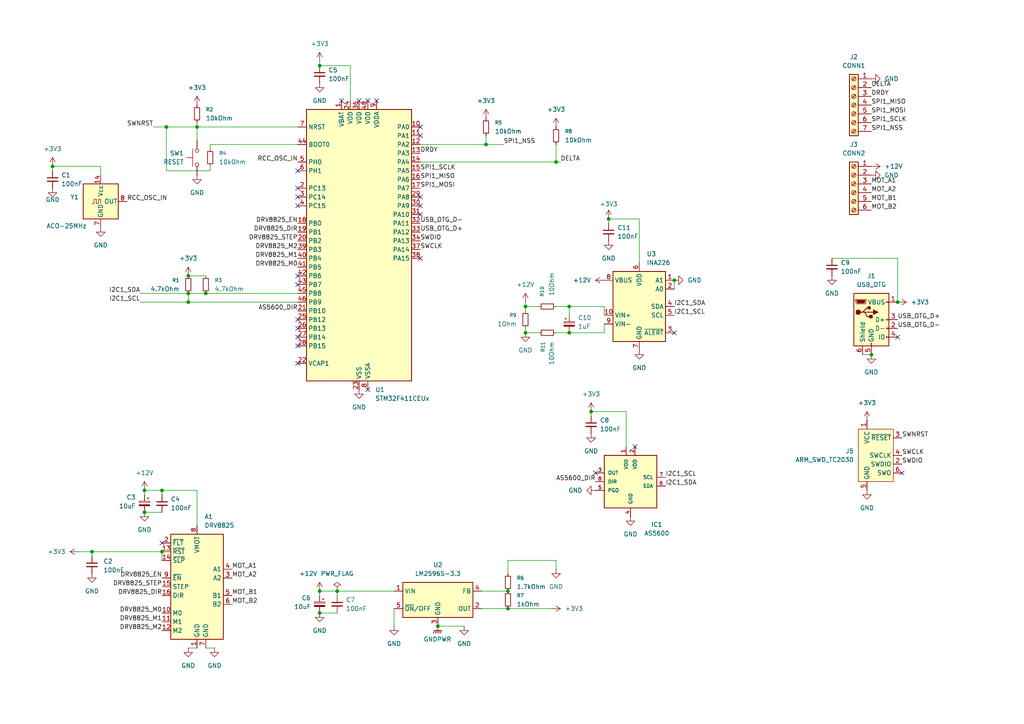
<source format=kicad_sch>
(kicad_sch (version 20250114) (generator "eeschema") (generator_version "9.0")
  (paper "A4")
  (lib_symbols
    (symbol "Connector:Conn_ARM_SWD_TagConnect_TC2030" (in_bom no)
      (property "Reference" "J" (at 2.54 11.43 0))
      (property "Value" "Conn_ARM_SWD_TagConnect_TC2030" (at 5.08 8.89 0))
      (symbol "Conn_ARM_SWD_TagConnect_TC2030_0_0"
        (pin power_in line (at -2.54 10.16 270) (length 2.54) (name "VCC") (number "1"))
        (pin power_in line (at -2.54 -10.16 90) (length 2.54) (name "GND") (number "5"))
        (pin open_collector line (at 7.62 5.08 180) (length 2.54) (name "~{RESET}") (number "3"))
        (pin output line (at 7.62 0 180) (length 2.54) (name "SWCLK") (number "4"))
        (pin bidirectional line (at 7.62 -2.54 180) (length 2.54) (name "SWDIO") (number "2"))
        (pin input line (at 7.62 -5.08 180) (length 2.54) (name "SWO") (number "6"))
      )
      (symbol "Conn_ARM_SWD_TagConnect_TC2030_0_1"
        (rectangle (start -5.08 7.62) (end 5.08 -7.62) (fill (type background)))
      )
    )
    (symbol "Connector:Screw_Terminal_01x06" (pin_names (offset 1.016) (hide yes))
      (property "Reference" "J" (at 0 7.62 0))
      (property "Value" "Screw_Terminal_01x06" (at 0 -10.16 0))
      (symbol "Screw_Terminal_01x06_1_1"
        (rectangle (start -1.27 6.35) (end 1.27 -8.89) (stroke (width 0.254)) (fill (type background)))
        (polyline (pts (xy -0.5334 5.4102) (xy 0.3302 4.572)) (stroke (width 0.1524)))
        (polyline (pts (xy -0.5334 2.8702) (xy 0.3302 2.032)) (stroke (width 0.1524)))
        (polyline (pts (xy -0.5334 0.3302) (xy 0.3302 -0.508)) (stroke (width 0.1524)))
        (polyline (pts (xy -0.5334 -2.2098) (xy 0.3302 -3.048)) (stroke (width 0.1524)))
        (polyline (pts (xy -0.5334 -4.7498) (xy 0.3302 -5.588)) (stroke (width 0.1524)))
        (polyline (pts (xy -0.5334 -7.2898) (xy 0.3302 -8.128)) (stroke (width 0.1524)))
        (polyline (pts (xy -0.3556 5.588) (xy 0.508 4.7498)) (stroke (width 0.1524)))
        (polyline (pts (xy -0.3556 3.048) (xy 0.508 2.2098)) (stroke (width 0.1524)))
        (polyline (pts (xy -0.3556 0.508) (xy 0.508 -0.3302)) (stroke (width 0.1524)))
        (polyline (pts (xy -0.3556 -2.032) (xy 0.508 -2.8702)) (stroke (width 0.1524)))
        (polyline (pts (xy -0.3556 -4.572) (xy 0.508 -5.4102)) (stroke (width 0.1524)))
        (polyline (pts (xy -0.3556 -7.112) (xy 0.508 -7.9502)) (stroke (width 0.1524)))
        (circle (center 0 5.08) (radius 0.635) (stroke (width 0.1524)))
        (circle (center 0 2.54) (radius 0.635) (stroke (width 0.1524)))
        (circle (center 0 0) (radius 0.635) (stroke (width 0.1524)))
        (circle (center 0 -2.54) (radius 0.635) (stroke (width 0.1524)))
        (circle (center 0 -5.08) (radius 0.635) (stroke (width 0.1524)))
        (circle (center 0 -7.62) (radius 0.635) (stroke (width 0.1524)))
        (pin passive line (at -5.08 5.08 0) (length 3.81) (name "Pin_1") (number "1"))
        (pin passive line (at -5.08 2.54 0) (length 3.81) (name "Pin_2") (number "2"))
        (pin passive line (at -5.08 0 0) (length 3.81) (name "Pin_3") (number "3"))
        (pin passive line (at -5.08 -2.54 0) (length 3.81) (name "Pin_4") (number "4"))
        (pin passive line (at -5.08 -5.08 0) (length 3.81) (name "Pin_5") (number "5"))
        (pin passive line (at -5.08 -7.62 0) (length 3.81) (name "Pin_6") (number "6"))
      )
    )
    (symbol "Connector:Screw_Terminal_01x07" (pin_names (offset 1.016) (hide yes))
      (property "Reference" "J" (at 0 10.16 0))
      (property "Value" "Screw_Terminal_01x07" (at 0 -10.16 0))
      (symbol "Screw_Terminal_01x07_1_1"
        (rectangle (start -1.27 8.89) (end 1.27 -8.89) (stroke (width 0.254)) (fill (type background)))
        (polyline (pts (xy -0.5334 7.9502) (xy 0.3302 7.112)) (stroke (width 0.1524)))
        (polyline (pts (xy -0.5334 5.4102) (xy 0.3302 4.572)) (stroke (width 0.1524)))
        (polyline (pts (xy -0.5334 2.8702) (xy 0.3302 2.032)) (stroke (width 0.1524)))
        (polyline (pts (xy -0.5334 0.3302) (xy 0.3302 -0.508)) (stroke (width 0.1524)))
        (polyline (pts (xy -0.5334 -2.2098) (xy 0.3302 -3.048)) (stroke (width 0.1524)))
        (polyline (pts (xy -0.5334 -4.7498) (xy 0.3302 -5.588)) (stroke (width 0.1524)))
        (polyline (pts (xy -0.5334 -7.2898) (xy 0.3302 -8.128)) (stroke (width 0.1524)))
        (polyline (pts (xy -0.3556 8.128) (xy 0.508 7.2898)) (stroke (width 0.1524)))
        (polyline (pts (xy -0.3556 5.588) (xy 0.508 4.7498)) (stroke (width 0.1524)))
        (polyline (pts (xy -0.3556 3.048) (xy 0.508 2.2098)) (stroke (width 0.1524)))
        (polyline (pts (xy -0.3556 0.508) (xy 0.508 -0.3302)) (stroke (width 0.1524)))
        (polyline (pts (xy -0.3556 -2.032) (xy 0.508 -2.8702)) (stroke (width 0.1524)))
        (polyline (pts (xy -0.3556 -4.572) (xy 0.508 -5.4102)) (stroke (width 0.1524)))
        (polyline (pts (xy -0.3556 -7.112) (xy 0.508 -7.9502)) (stroke (width 0.1524)))
        (circle (center 0 7.62) (radius 0.635) (stroke (width 0.1524)))
        (circle (center 0 5.08) (radius 0.635) (stroke (width 0.1524)))
        (circle (center 0 2.54) (radius 0.635) (stroke (width 0.1524)))
        (circle (center 0 0) (radius 0.635) (stroke (width 0.1524)))
        (circle (center 0 -2.54) (radius 0.635) (stroke (width 0.1524)))
        (circle (center 0 -5.08) (radius 0.635) (stroke (width 0.1524)))
        (circle (center 0 -7.62) (radius 0.635) (stroke (width 0.1524)))
        (pin passive line (at -5.08 7.62 0) (length 3.81) (name "Pin_1") (number "1"))
        (pin passive line (at -5.08 5.08 0) (length 3.81) (name "Pin_2") (number "2"))
        (pin passive line (at -5.08 2.54 0) (length 3.81) (name "Pin_3") (number "3"))
        (pin passive line (at -5.08 0 0) (length 3.81) (name "Pin_4") (number "4"))
        (pin passive line (at -5.08 -2.54 0) (length 3.81) (name "Pin_5") (number "5"))
        (pin passive line (at -5.08 -5.08 0) (length 3.81) (name "Pin_6") (number "6"))
        (pin passive line (at -5.08 -7.62 0) (length 3.81) (name "Pin_7") (number "7"))
      )
    )
    (symbol "Connector:USB_OTG" (pin_names (offset 1.016))
      (property "Reference" "J" (at -5.08 11.43 0))
      (property "Value" "USB_OTG" (at -5.08 8.89 0))
      (symbol "USB_OTG_0_1"
        (rectangle (start -5.08 -7.62) (end 5.08 7.62) (stroke (width 0.254)) (fill (type background)))
        (polyline (pts (xy -4.699 5.842) (xy -4.699 5.588) (xy -4.445 4.826) (xy -4.445 4.572) (xy -1.651 4.572) (xy -1.651 4.826) (xy -1.397 5.588) (xy -1.397 5.842) (xy -4.699 5.842)))
        (polyline (pts (xy -4.318 5.588) (xy -1.778 5.588) (xy -2.032 4.826) (xy -4.064 4.826) (xy -4.318 5.588)) (fill (type outline)))
        (circle (center -3.81 2.159) (radius 0.635) (stroke (width 0.254)) (fill (type outline)))
        (polyline (pts (xy -3.175 2.159) (xy -2.54 2.159) (xy -1.27 3.429) (xy -0.635 3.429)) (stroke (width 0.254)))
        (polyline (pts (xy -2.54 2.159) (xy -1.905 2.159) (xy -1.27 0.889) (xy 0 0.889)) (stroke (width 0.254)))
        (polyline (pts (xy -1.905 2.159) (xy 0.635 2.159)) (stroke (width 0.254)))
        (circle (center -0.635 3.429) (radius 0.381) (stroke (width 0.254)) (fill (type outline)))
        (rectangle (start -0.127 -7.62) (end 0.127 -6.858))
        (rectangle (start 0.254 1.27) (end -0.508 0.508) (stroke (width 0.254)) (fill (type outline)))
        (polyline (pts (xy 0.635 2.794) (xy 0.635 1.524) (xy 1.905 2.159) (xy 0.635 2.794)) (stroke (width 0.254)) (fill (type outline)))
        (rectangle (start 5.08 4.953) (end 4.318 5.207))
        (rectangle (start 5.08 -0.127) (end 4.318 0.127))
        (rectangle (start 5.08 -2.667) (end 4.318 -2.413))
        (rectangle (start 5.08 -5.207) (end 4.318 -4.953))
      )
      (symbol "USB_OTG_1_1"
        (pin passive line (at -2.54 -10.16 90) (length 2.54) (name "Shield") (number "6"))
        (pin passive line (at 0 -10.16 90) (length 2.54) (name "GND") (number "5"))
        (pin passive line (at 7.62 5.08 180) (length 2.54) (name "VBUS") (number "1"))
        (pin bidirectional line (at 7.62 0 180) (length 2.54) (name "D+") (number "3"))
        (pin bidirectional line (at 7.62 -2.54 180) (length 2.54) (name "D-") (number "2"))
        (pin passive line (at 7.62 -5.08 180) (length 2.54) (name "ID") (number "4"))
      )
    )
    (symbol "Device:C_Polarized_Small" (pin_numbers (hide yes)) (pin_names (offset 0.254) (hide yes))
      (property "Reference" "C" (at 0.254 1.778 0))
      (property "Value" "C_Polarized_Small" (at 0.254 -2.032 0))
      (symbol "C_Polarized_Small_0_1"
        (rectangle (start -1.524 0.6858) (end 1.524 0.3048))
        (rectangle (start -1.524 -0.3048) (end 1.524 -0.6858) (fill (type outline)))
        (polyline (pts (xy -1.27 1.524) (xy -0.762 1.524)))
        (polyline (pts (xy -1.016 1.27) (xy -1.016 1.778)))
      )
      (symbol "C_Polarized_Small_1_1"
        (pin passive line (at 0 2.54 270) (length 1.8542) (name "~") (number "1"))
        (pin passive line (at 0 -2.54 90) (length 1.8542) (name "~") (number "2"))
      )
    )
    (symbol "Device:C_Small" (pin_numbers (hide yes)) (pin_names (offset 0.254) (hide yes))
      (property "Reference" "C" (at 0.254 1.778 0))
      (property "Value" "C_Small" (at 0.254 -2.032 0))
      (symbol "C_Small_0_1"
        (polyline (pts (xy -1.524 0.508) (xy 1.524 0.508)) (stroke (width 0.3048)))
        (polyline (pts (xy -1.524 -0.508) (xy 1.524 -0.508)) (stroke (width 0.3302)))
      )
      (symbol "C_Small_1_1"
        (pin passive line (at 0 2.54 270) (length 2.032) (name "~") (number "1"))
        (pin passive line (at 0 -2.54 90) (length 2.032) (name "~") (number "2"))
      )
    )
    (symbol "Device:R_Small" (pin_numbers (hide yes)) (pin_names (offset 0.254) (hide yes))
      (property "Reference" "R" (at 0 0 90))
      (property "Value" "R_Small" (at 1.778 0 90))
      (symbol "R_Small_0_1"
        (rectangle (start -0.762 1.778) (end 0.762 -1.778) (stroke (width 0.2032)))
      )
      (symbol "R_Small_1_1"
        (pin passive line (at 0 2.54 270) (length 0.762) (name "~") (number "1"))
        (pin passive line (at 0 -2.54 90) (length 0.762) (name "~") (number "2"))
      )
    )
    (symbol "Driver_Motor:Pololu_Breakout_DRV8825"
      (property "Reference" "A" (at -2.54 16.51 0))
      (property "Value" "Pololu_Breakout_DRV8825" (at -2.54 13.97 0))
      (symbol "Pololu_Breakout_DRV8825_0_1"
        (rectangle (start 7.62 -17.78) (end -7.62 12.7) (stroke (width 0.254)) (fill (type background)))
      )
      (symbol "Pololu_Breakout_DRV8825_1_1"
        (pin output line (at -10.16 10.16 0) (length 2.54) (name "~{FLT}") (number "2"))
        (pin input line (at -10.16 7.62 0) (length 2.54) (name "~{RST}") (number "13"))
        (pin input line (at -10.16 5.08 0) (length 2.54) (name "~{SLP}") (number "14"))
        (pin input line (at -10.16 0 0) (length 2.54) (name "~{EN}") (number "9"))
        (pin input line (at -10.16 -2.54 0) (length 2.54) (name "STEP") (number "15"))
        (pin input line (at -10.16 -5.08 0) (length 2.54) (name "DIR") (number "16"))
        (pin input line (at -10.16 -10.16 0) (length 2.54) (name "M0") (number "10"))
        (pin input line (at -10.16 -12.7 0) (length 2.54) (name "M1") (number "11"))
        (pin input line (at -10.16 -15.24 0) (length 2.54) (name "M2") (number "12"))
        (pin power_in line (at 0 15.24 270) (length 2.54) (name "VMOT") (number "8"))
        (pin power_in line (at 0 -20.32 90) (length 2.54) (name "GND") (number "1"))
        (pin power_in line (at 2.54 -20.32 90) (length 2.54) (name "GND") (number "7"))
        (pin output line (at 10.16 2.54 180) (length 2.54) (name "A1") (number "4"))
        (pin output line (at 10.16 0 180) (length 2.54) (name "A2") (number "3"))
        (pin output line (at 10.16 -5.08 180) (length 2.54) (name "B1") (number "5"))
        (pin output line (at 10.16 -7.62 180) (length 2.54) (name "B2") (number "6"))
      )
    )
    (symbol "MCU_ST_STM32F4:STM32F411CEUx"
      (property "Reference" "U1" (at 4.6833 -40.64 0))
      (property "Value" "STM32F411CEUx" (at 4.6833 -43.18 0))
      (symbol "STM32F411CEUx_0_1"
        (rectangle (start -15.24 -38.1) (end 15.24 40.64) (stroke (width 0.254)) (fill (type background)))
      )
      (symbol "STM32F411CEUx_1_1"
        (pin input line (at -17.78 35.56 0) (length 2.54) (name "NRST") (number "7"))
        (pin input line (at -17.78 30.48 0) (length 2.54) (name "BOOT0") (number "44"))
        (pin bidirectional line (at -17.78 25.4 0) (length 2.54) (name "PH0") (number "5"))
        (pin bidirectional line (at -17.78 22.86 0) (length 2.54) (name "PH1") (number "6"))
        (pin bidirectional line (at -17.78 17.78 0) (length 2.54) (name "PC13") (number "2"))
        (pin bidirectional line (at -17.78 15.24 0) (length 2.54) (name "PC14") (number "3"))
        (pin bidirectional line (at -17.78 12.7 0) (length 2.54) (name "PC15") (number "4"))
        (pin bidirectional line (at -17.78 7.62 0) (length 2.54) (name "PB0") (number "18"))
        (pin bidirectional line (at -17.78 5.08 0) (length 2.54) (name "PB1") (number "19"))
        (pin bidirectional line (at -17.78 2.54 0) (length 2.54) (name "PB2") (number "20"))
        (pin bidirectional line (at -17.78 0 0) (length 2.54) (name "PB3") (number "39"))
        (pin bidirectional line (at -17.78 -2.54 0) (length 2.54) (name "PB4") (number "40"))
        (pin bidirectional line (at -17.78 -5.08 0) (length 2.54) (name "PB5") (number "41"))
        (pin bidirectional line (at -17.78 -7.62 0) (length 2.54) (name "PB6") (number "42"))
        (pin bidirectional line (at -17.78 -10.16 0) (length 2.54) (name "PB7") (number "43"))
        (pin bidirectional line (at -17.78 -12.7 0) (length 2.54) (name "PB8") (number "45"))
        (pin bidirectional line (at -17.78 -15.24 0) (length 2.54) (name "PB9") (number "46"))
        (pin bidirectional line (at -17.78 -17.78 0) (length 2.54) (name "PB10") (number "21"))
        (pin bidirectional line (at -17.78 -20.32 0) (length 2.54) (name "PB12") (number "25"))
        (pin bidirectional line (at -17.78 -22.86 0) (length 2.54) (name "PB13") (number "26"))
        (pin bidirectional line (at -17.78 -25.4 0) (length 2.54) (name "PB14") (number "27"))
        (pin bidirectional line (at -17.78 -27.94 0) (length 2.54) (name "PB15") (number "28"))
        (pin power_out line (at -17.78 -33.02 0) (length 2.54) (name "VCAP1") (number "22"))
        (pin power_in line (at -5.08 43.18 270) (length 2.54) (name "VBAT") (number "1"))
        (pin power_in line (at -2.54 43.18 270) (length 2.54) (name "VDD") (number "24"))
        (pin power_in line (at 0 43.18 270) (length 2.54) (name "VDD") (number "36"))
        (pin power_in line (at 0 -40.64 90) (length 2.54) (name "VSS") (number "23"))
        (pin passive line (at 0 -40.64 90) (length 2.54) (hide yes) (name "VSS") (number "35"))
        (pin passive line (at 0 -40.64 90) (length 2.54) (hide yes) (name "VSS") (number "47"))
        (pin passive line (at 0 -40.64 90) (length 2.54) (hide yes) (name "VSS") (number "49"))
        (pin power_in line (at 2.54 43.18 270) (length 2.54) (name "VDD") (number "48"))
        (pin power_in line (at 2.54 -40.64 90) (length 2.54) (name "VSSA") (number "8"))
        (pin power_in line (at 5.08 43.18 270) (length 2.54) (name "VDDA") (number "9"))
        (pin bidirectional line (at 17.78 35.56 180) (length 2.54) (name "PA0") (number "10"))
        (pin bidirectional line (at 17.78 33.02 180) (length 2.54) (name "PA1") (number "11"))
        (pin bidirectional line (at 17.78 30.48 180) (length 2.54) (name "PA2") (number "12"))
        (pin bidirectional line (at 17.78 27.94 180) (length 2.54) (name "PA3") (number "13"))
        (pin bidirectional line (at 17.78 25.4 180) (length 2.54) (name "PA4") (number "14"))
        (pin bidirectional line (at 17.78 22.86 180) (length 2.54) (name "PA5") (number "15"))
        (pin bidirectional line (at 17.78 20.32 180) (length 2.54) (name "PA6") (number "16"))
        (pin bidirectional line (at 17.78 17.78 180) (length 2.54) (name "PA7") (number "17"))
        (pin bidirectional line (at 17.78 15.24 180) (length 2.54) (name "PA8") (number "29"))
        (pin bidirectional line (at 17.78 12.7 180) (length 2.54) (name "PA9") (number "30"))
        (pin bidirectional line (at 17.78 10.16 180) (length 2.54) (name "PA10") (number "31"))
        (pin bidirectional line (at 17.78 7.62 180) (length 2.54) (name "PA11") (number "32"))
        (pin bidirectional line (at 17.78 5.08 180) (length 2.54) (name "PA12") (number "33"))
        (pin bidirectional line (at 17.78 2.54 180) (length 2.54) (name "PA13") (number "34"))
        (pin bidirectional line (at 17.78 0 180) (length 2.54) (name "PA14") (number "37"))
        (pin bidirectional line (at 17.78 -2.54 180) (length 2.54) (name "PA15") (number "38"))
      )
    )
    (symbol "Oscillator:ACO-xxxMHz" (pin_names (offset 0.254))
      (property "Reference" "Y" (at -5.08 6.35 0))
      (property "Value" "ACO-xxxMHz" (at 1.27 -6.35 0))
      (symbol "ACO-xxxMHz_0_1"
        (rectangle (start -5.08 5.08) (end 5.08 -5.08) (stroke (width 0.254)) (fill (type background)))
        (polyline (pts (xy -2.54 -0.635) (xy -1.905 -0.635) (xy -1.905 0.635) (xy -1.27 0.635) (xy -1.27 -0.635) (xy -0.635 -0.635) (xy -0.635 0.635) (xy 0 0.635) (xy 0 -0.635)))
      )
      (symbol "ACO-xxxMHz_1_1"
        (pin no_connect line (at -5.08 2.54 0) (length 2.54) (hide yes) (name "NC") (number "1"))
        (pin power_in line (at 0 7.62 270) (length 2.54) (name "Vcc") (number "14"))
        (pin power_in line (at 0 -7.62 90) (length 2.54) (name "GND") (number "7"))
        (pin output line (at 7.62 0 180) (length 2.54) (name "OUT") (number "8"))
      )
    )
    (symbol "Regulator_Switching:LM2596S-3.3"
      (property "Reference" "U2" (at 0 10.16 0))
      (property "Value" "LM2596S-3.3" (at 0 7.62 0))
      (symbol "LM2596S-3.3_0_1"
        (rectangle (start -10.16 5.08) (end 10.16 -5.08) (stroke (width 0.254)) (fill (type background)))
      )
      (symbol "LM2596S-3.3_1_1"
        (pin power_in line (at -12.7 2.54 0) (length 2.54) (name "VIN") (number "1"))
        (pin input line (at -12.7 -2.54 0) (length 2.54) (name "~{ON}/OFF") (number "5"))
        (pin power_in line (at 0 -7.62 90) (length 2.54) (name "GND") (number "3"))
        (pin input line (at 12.7 2.54 180) (length 2.54) (name "FB") (number "4"))
        (pin power_out line (at 12.7 -2.54 180) (length 2.54) (name "OUT") (number "2"))
      )
    )
    (symbol "Sensor_Energy:INA226"
      (property "Reference" "U2" (at 2.1433 15.24 0))
      (property "Value" "INA226" (at 2.1433 12.7 0))
      (symbol "INA226_0_1"
        (rectangle (start -7.62 10.16) (end 7.62 -10.16) (stroke (width 0.254)) (fill (type background)))
      )
      (symbol "INA226_1_1"
        (pin input line (at -10.16 7.62 0) (length 2.54) (name "VBUS") (number "8"))
        (pin input line (at -10.16 -2.54 0) (length 2.54) (name "VIN+") (number "10"))
        (pin input line (at -10.16 -5.08 0) (length 2.54) (name "VIN-") (number "9"))
        (pin power_in line (at 0 12.7 270) (length 2.54) (name "VDD") (number "6"))
        (pin power_in line (at 0 -12.7 90) (length 2.54) (name "GND") (number "7"))
        (pin input line (at 10.16 7.62 180) (length 2.54) (name "A1") (number "1"))
        (pin input line (at 10.16 5.08 180) (length 2.54) (name "A0") (number "2"))
        (pin bidirectional line (at 10.16 0 180) (length 2.54) (name "SDA") (number "4"))
        (pin input line (at 10.16 -2.54 180) (length 2.54) (name "SCL") (number "5"))
        (pin open_collector line (at 10.16 -7.62 180) (length 2.54) (name "~{ALERT}") (number "3"))
      )
    )
    (symbol "Switch:SW_Push" (pin_numbers (hide yes)) (pin_names (offset 1.016) (hide yes))
      (property "Reference" "SW" (at 1.27 2.54 0))
      (property "Value" "SW_Push" (at 0 -1.524 0))
      (symbol "SW_Push_0_1"
        (circle (center -2.032 0) (radius 0.508))
        (polyline (pts (xy 0 1.27) (xy 0 3.048)))
        (circle (center 2.032 0) (radius 0.508))
        (polyline (pts (xy 2.54 1.27) (xy -2.54 1.27)))
        (pin passive line (at -5.08 0 0) (length 2.54) (name "1") (number "1"))
        (pin passive line (at 5.08 0 180) (length 2.54) (name "2") (number "2"))
      )
    )
    (symbol "as5600:AS5600-ASOT" (pin_names (offset 1.016))
      (property "Reference" "IC1" (at 7.62 -12.446 0))
      (property "Value" "AS5600" (at 7.62 -14.986 0))
      (symbol "AS5600-ASOT_0_0"
        (rectangle (start -7.62 7.62) (end 7.62 -7.62) (stroke (width 0.254)) (fill (type background)))
        (pin output line (at -10.16 2.54 0) (length 2.54) (name "OUT") (number "3"))
        (pin input line (at -10.16 0 0) (length 2.54) (name "DIR") (number "8"))
        (pin input line (at -10.16 -2.54 0) (length 2.54) (name "PGO") (number "5"))
        (pin power_in line (at 0 -10.16 90) (length 2.54) (name "GND") (number "4"))
        (pin input line (at 10.16 1.27 180) (length 2.54) (name "SCL") (number "7"))
        (pin bidirectional line (at 10.16 -1.27 180) (length 2.54) (name "SDA") (number "6"))
      )
      (symbol "AS5600-ASOT_1_0"
        (pin power_in line (at -1.27 10.16 270) (length 2.54) (name "VDD") (number "1"))
        (pin power_in line (at 1.27 10.16 270) (length 2.54) (name "VDD") (number "2"))
      )
    )
    (symbol "power:+12V" (power) (pin_numbers (hide yes)) (pin_names (offset 0) (hide yes))
      (property "Value" "+12V" (at 0 3.556 0))
      (symbol "+12V_0_1"
        (polyline (pts (xy -0.762 1.27) (xy 0 2.54)))
        (polyline (pts (xy 0 2.54) (xy 0.762 1.27)))
        (polyline (pts (xy 0 0) (xy 0 2.54)))
      )
      (symbol "+12V_1_1"
        (pin power_in line (at 0 0 90) (length 0) (name "~") (number "1"))
      )
    )
    (symbol "power:+3V3" (power) (pin_numbers (hide yes)) (pin_names (offset 0) (hide yes))
      (property "Value" "+3V3" (at 0 3.556 0))
      (symbol "+3V3_0_1"
        (polyline (pts (xy -0.762 1.27) (xy 0 2.54)))
        (polyline (pts (xy 0 2.54) (xy 0.762 1.27)))
        (polyline (pts (xy 0 0) (xy 0 2.54)))
      )
      (symbol "+3V3_1_1"
        (pin power_in line (at 0 0 90) (length 0) (name "~") (number "1"))
      )
    )
    (symbol "power:GND" (power) (pin_numbers (hide yes)) (pin_names (offset 0) (hide yes))
      (property "Value" "GND" (at 0 -3.81 0))
      (symbol "GND_0_1"
        (polyline (pts (xy 0 0) (xy 0 -1.27) (xy 1.27 -1.27) (xy 0 -2.54) (xy -1.27 -1.27) (xy 0 -1.27)))
      )
      (symbol "GND_1_1"
        (pin power_in line (at 0 0 270) (length 0) (name "~") (number "1"))
      )
    )
    (symbol "power:GNDPWR" (power) (pin_numbers (hide yes)) (pin_names (offset 0) (hide yes))
      (property "Value" "GNDPWR" (at 0 -3.302 0))
      (symbol "GNDPWR_0_1"
        (polyline (pts (xy -1.016 -1.27) (xy -1.27 -2.032) (xy -1.27 -2.032)) (stroke (width 0.2032)))
        (polyline (pts (xy -0.508 -1.27) (xy -0.762 -2.032) (xy -0.762 -2.032)) (stroke (width 0.2032)))
        (polyline (pts (xy 0 -1.27) (xy 0 0)))
        (polyline (pts (xy 0 -1.27) (xy -0.254 -2.032) (xy -0.254 -2.032)) (stroke (width 0.2032)))
        (polyline (pts (xy 0.508 -1.27) (xy 0.254 -2.032) (xy 0.254 -2.032)) (stroke (width 0.2032)))
        (polyline (pts (xy 1.016 -1.27) (xy -1.016 -1.27) (xy -1.016 -1.27)) (stroke (width 0.2032)))
        (polyline (pts (xy 1.016 -1.27) (xy 0.762 -2.032) (xy 0.762 -2.032) (xy 0.762 -2.032)) (stroke (width 0.2032)))
      )
      (symbol "GNDPWR_1_1"
        (pin power_in line (at 0 0 270) (length 0) (name "~") (number "1"))
      )
    )
    (symbol "power:PWR_FLAG" (power) (pin_numbers (hide yes)) (pin_names (offset 0) (hide yes))
      (property "Value" "PWR_FLAG" (at 0 3.81 0))
      (symbol "PWR_FLAG_0_0"
        (pin power_out line (at 0 0 90) (length 0) (name "~") (number "1"))
      )
      (symbol "PWR_FLAG_0_1"
        (polyline (pts (xy 0 0) (xy 0 1.27) (xy -1.016 1.905) (xy 0 2.54) (xy 1.016 1.905) (xy 0 1.27)))
      )
    )
  )
  (junction (at 41.91 148.59))
  (junction (at 15.24 48.26))
  (junction (at 165.1 96.52))
  (junction (at 92.71 177.8))
  (junction (at 59.69 85.09))
  (junction (at 92.71 19.05))
  (junction (at 195.58 81.28))
  (junction (at 165.1 88.9))
  (junction (at 54.61 85.09))
  (junction (at 252.73 102.87))
  (junction (at 48.26 36.83))
  (junction (at 147.32 176.53))
  (junction (at 152.4 96.52))
  (junction (at 92.71 171.45))
  (junction (at 127 181.61))
  (junction (at 147.32 171.45))
  (junction (at 26.67 160.02))
  (junction (at 97.79 171.45))
  (junction (at 140.97 41.91))
  (junction (at 260.35 87.63))
  (junction (at 54.61 87.63))
  (junction (at 152.4 88.9))
  (junction (at 57.15 36.83))
  (junction (at 46.99 160.02))
  (junction (at 161.29 46.99))
  (junction (at 176.53 63.5))
  (junction (at 54.61 80.01))
  (junction (at 46.99 142.24))
  (junction (at 171.45 119.38))
  (junction (at 41.91 142.24))
  (no_connect (at 86.36 57.15))
  (no_connect (at 86.36 92.71))
  (no_connect (at 121.92 57.15))
  (no_connect (at 86.36 105.41))
  (no_connect (at 86.36 95.25))
  (no_connect (at 86.36 97.79))
  (no_connect (at 86.36 54.61))
  (no_connect (at 109.22 29.21))
  (no_connect (at 46.99 157.48))
  (no_connect (at 172.72 137.16))
  (no_connect (at 86.36 80.01))
  (no_connect (at 184.15 129.54))
  (no_connect (at 86.36 49.53))
  (no_connect (at 106.68 29.21))
  (no_connect (at 86.36 82.55))
  (no_connect (at 195.58 96.52))
  (no_connect (at 99.06 29.21))
  (no_connect (at 121.92 59.69))
  (no_connect (at 121.92 36.83))
  (no_connect (at 121.92 62.23))
  (no_connect (at 121.92 74.93))
  (no_connect (at 260.35 97.79))
  (no_connect (at 121.92 39.37))
  (no_connect (at 106.68 113.03))
  (no_connect (at 261.62 137.16))
  (no_connect (at 86.36 59.69))
  (no_connect (at 104.14 29.21))
  (no_connect (at 86.36 100.33))
  (wire (pts (xy 57.15 40.64) (xy 57.15 36.83)))
  (wire (pts (xy 185.42 63.5) (xy 185.42 76.2)))
  (wire (pts (xy 147.32 162.56) (xy 147.32 166.37)))
  (wire (pts (xy 152.4 95.25) (xy 152.4 96.52)))
  (wire (pts (xy 46.99 142.24) (xy 57.15 142.24)))
  (wire (pts (xy 171.45 120.65) (xy 171.45 119.38)))
  (wire (pts (xy 127 181.61) (xy 134.62 181.61)))
  (wire (pts (xy 181.61 119.38) (xy 181.61 129.54)))
  (wire (pts (xy 26.67 160.02) (xy 46.99 160.02)))
  (wire (pts (xy 161.29 46.99) (xy 161.29 41.91)))
  (wire (pts (xy 48.26 36.83) (xy 57.15 36.83)))
  (wire (pts (xy 171.45 119.38) (xy 181.61 119.38)))
  (wire (pts (xy 152.4 88.9) (xy 152.4 90.17)))
  (wire (pts (xy 165.1 91.44) (xy 165.1 88.9)))
  (wire (pts (xy 161.29 162.56) (xy 147.32 162.56)))
  (wire (pts (xy 59.69 187.96) (xy 62.23 187.96)))
  (wire (pts (xy 86.36 87.63) (xy 54.61 87.63)))
  (wire (pts (xy 161.29 165.1) (xy 161.29 162.56)))
  (wire (pts (xy 57.15 36.83) (xy 86.36 36.83)))
  (wire (pts (xy 41.91 142.24) (xy 46.99 142.24)))
  (wire (pts (xy 114.3 181.61) (xy 114.3 176.53)))
  (wire (pts (xy 165.1 96.52) (xy 175.26 96.52)))
  (wire (pts (xy 44.45 36.83) (xy 48.26 36.83)))
  (wire (pts (xy 54.61 87.63) (xy 54.61 85.09)))
  (wire (pts (xy 175.26 93.98) (xy 175.26 96.52)))
  (wire (pts (xy 92.71 19.05) (xy 101.6 19.05)))
  (wire (pts (xy 165.1 88.9) (xy 175.26 88.9)))
  (wire (pts (xy 59.69 85.09) (xy 86.36 85.09)))
  (wire (pts (xy 92.71 17.78) (xy 92.71 19.05)))
  (wire (pts (xy 54.61 80.01) (xy 59.69 80.01)))
  (wire (pts (xy 54.61 187.96) (xy 57.15 187.96)))
  (wire (pts (xy 139.7 176.53) (xy 147.32 176.53)))
  (wire (pts (xy 29.21 48.26) (xy 29.21 50.8)))
  (wire (pts (xy 161.29 96.52) (xy 165.1 96.52)))
  (wire (pts (xy 161.29 46.99) (xy 162.56 46.99)))
  (wire (pts (xy 57.15 35.56) (xy 57.15 36.83)))
  (wire (pts (xy 41.91 148.59) (xy 46.99 148.59)))
  (wire (pts (xy 139.7 171.45) (xy 147.32 171.45)))
  (wire (pts (xy 57.15 142.24) (xy 57.15 152.4)))
  (wire (pts (xy 22.86 160.02) (xy 26.67 160.02)))
  (wire (pts (xy 101.6 19.05) (xy 101.6 29.21)))
  (wire (pts (xy 92.71 171.45) (xy 92.71 172.72)))
  (wire (pts (xy 92.71 171.45) (xy 97.79 171.45)))
  (wire (pts (xy 40.64 85.09) (xy 54.61 85.09)))
  (wire (pts (xy 147.32 176.53) (xy 160.02 176.53)))
  (wire (pts (xy 241.3 74.93) (xy 260.35 74.93)))
  (wire (pts (xy 152.4 87.63) (xy 152.4 88.9)))
  (wire (pts (xy 250.19 102.87) (xy 252.73 102.87)))
  (wire (pts (xy 26.67 161.29) (xy 26.67 160.02)))
  (wire (pts (xy 60.96 41.91) (xy 86.36 41.91)))
  (wire (pts (xy 97.79 172.72) (xy 97.79 171.45)))
  (wire (pts (xy 152.4 96.52) (xy 156.21 96.52)))
  (wire (pts (xy 54.61 85.09) (xy 59.69 85.09)))
  (wire (pts (xy 48.26 49.53) (xy 60.96 49.53)))
  (wire (pts (xy 46.99 160.02) (xy 46.99 162.56)))
  (wire (pts (xy 140.97 39.37) (xy 140.97 41.91)))
  (wire (pts (xy 176.53 63.5) (xy 185.42 63.5)))
  (wire (pts (xy 48.26 36.83) (xy 48.26 49.53)))
  (wire (pts (xy 175.26 91.44) (xy 175.26 88.9)))
  (wire (pts (xy 146.05 41.91) (xy 140.97 41.91)))
  (wire (pts (xy 121.92 46.99) (xy 161.29 46.99)))
  (wire (pts (xy 92.71 177.8) (xy 97.79 177.8)))
  (wire (pts (xy 195.58 81.28) (xy 195.58 83.82)))
  (wire (pts (xy 140.97 41.91) (xy 121.92 41.91)))
  (wire (pts (xy 97.79 171.45) (xy 114.3 171.45)))
  (wire (pts (xy 46.99 143.51) (xy 46.99 142.24)))
  (wire (pts (xy 60.96 49.53) (xy 60.96 48.26)))
  (wire (pts (xy 60.96 43.18) (xy 60.96 41.91)))
  (wire (pts (xy 260.35 74.93) (xy 260.35 87.63)))
  (wire (pts (xy 41.91 142.24) (xy 41.91 143.51)))
  (wire (pts (xy 15.24 48.26) (xy 15.24 49.53)))
  (wire (pts (xy 40.64 87.63) (xy 54.61 87.63)))
  (wire (pts (xy 15.24 48.26) (xy 29.21 48.26)))
  (wire (pts (xy 176.53 64.77) (xy 176.53 63.5)))
  (wire (pts (xy 152.4 88.9) (xy 156.21 88.9)))
  (wire (pts (xy 161.29 88.9) (xy 165.1 88.9)))
  (label "DRDY" (at 121.92 44.45 0))
  (label "AS5600_DIR" (at 86.36 90.17 180))
  (label "DELTA" (at 162.56 46.99 0))
  (label "I2C1_SCL" (at 195.58 91.44 0))
  (label "DRV8825_M1" (at 46.99 180.34 180))
  (label "I2C1_SDA" (at 193.04 140.97 0))
  (label "DRV8825_STEP" (at 46.99 170.18 180))
  (label "MOT_A1" (at 67.31 165.1 0))
  (label "DRV8825_M0" (at 46.99 177.8 180))
  (label "RCC_OSC_IN" (at 36.83 58.42 0))
  (label "USB_OTG_D+" (at 121.92 67.31 0))
  (label "DRV8825_M0" (at 86.36 77.47 180))
  (label "SWNRST" (at 44.45 36.83 180))
  (label "MOT_A2" (at 67.31 167.64 0))
  (label "MOT_B1" (at 67.31 172.72 0))
  (label "DRV8825_STEP" (at 86.36 69.85 180))
  (label "SPI1_NSS" (at 146.05 41.91 0))
  (label "SPI1_NSS" (at 252.73 38.1 0))
  (label "SPI1_MOSI" (at 121.92 54.61 0))
  (label "DRV8825_DIR" (at 86.36 67.31 180))
  (label "I2C1_SCL" (at 40.64 87.63 180))
  (label "MOT_B2" (at 252.73 60.96 0))
  (label "USB_OTG_D-" (at 260.35 95.25 0))
  (label "SWNRST" (at 261.62 127 0))
  (label "MOT_B2" (at 67.31 175.26 0))
  (label "DRV8825_M2" (at 86.36 72.39 180))
  (label "MOT_A1" (at 252.73 53.34 0))
  (label "DRDY" (at 252.73 27.94 0))
  (label "RCC_OSC_IN" (at 86.36 46.99 180))
  (label "DRV8825_EN" (at 86.36 64.77 180))
  (label "MOT_B1" (at 252.73 58.42 0))
  (label "SWDIO" (at 121.92 69.85 0))
  (label "DELTA" (at 252.73 25.4 0))
  (label "SPI1_MISO" (at 121.92 52.07 0))
  (label "SPI1_SCLK" (at 252.73 35.56 0))
  (label "SPI1_SCLK" (at 121.92 49.53 0))
  (label "USB_OTG_D-" (at 121.92 64.77 0))
  (label "I2C1_SCL" (at 193.04 138.43 0))
  (label "DRV8825_DIR" (at 46.99 172.72 180))
  (label "DRV8825_M1" (at 86.36 74.93 180))
  (label "DRV8825_EN" (at 46.99 167.64 180))
  (label "SPI1_MISO" (at 252.73 30.48 0))
  (label "MOT_A2" (at 252.73 55.88 0))
  (label "USB_OTG_D+" (at 260.35 92.71 0))
  (label "I2C1_SDA" (at 40.64 85.09 180))
  (label "I2C1_SDA" (at 195.58 88.9 0))
  (label "SWDIO" (at 261.62 134.62 0))
  (label "AS5600_DIR" (at 172.72 139.7 180))
  (label "SWCLK" (at 121.92 72.39 0))
  (label "SPI1_MOSI" (at 252.73 33.02 0))
  (label "DRV8825_M2" (at 46.99 182.88 180))
  (label "SWCLK" (at 261.62 132.08 0))
  (symbol (lib_id "Device:R_Small") (at 158.75 88.9 90) (mirror x) (unit 1)
    (property "Reference" "R10" (at 157.226 86.106 0) (effects (font (size 1.016 1.016)) (justify right)))
    (property "Value" "10Ohm" (at 160.02 85.852 0) (effects (justify right)))
    (property "Description" "Resistor, small symbol" (effects (hide yes)))
  )
  (symbol (lib_id "power:GND") (at 182.88 149.86 0) (mirror y) (unit 1)
    (property "Reference" "#PWR030" (effects (hide yes)))
    (property "Value" "GND" (at 182.88 154.94 0))
    (property "Description" "Power symbol creates a global label with name \"GND\" , ground" (effects (hide yes)))
  )
  (symbol (lib_id "power:PWR_FLAG") (at 97.79 171.45 0) (unit 1)
    (property "Reference" "#FLG01" (effects (hide yes)))
    (property "Value" "PWR_FLAG" (at 97.79 166.37 0))
    (property "Description" "Special symbol for telling ERC where power comes from" (effects (hide yes)))
  )
  (symbol (lib_id "Device:C_Polarized_Small") (at 41.91 146.05 0) (mirror y) (unit 1)
    (property "Reference" "C3" (at 39.37 144.2338 0) (effects (justify left)))
    (property "Value" "10uF" (at 39.37 146.7738 0) (effects (justify left)))
    (property "Description" "Polarized capacitor, small symbol" (effects (hide yes)))
  )
  (symbol (lib_id "Device:C_Polarized_Small") (at 92.71 175.26 0) (mirror y) (unit 1)
    (property "Reference" "C6" (at 90.17 173.4438 0) (effects (justify left)))
    (property "Value" "10uF" (at 90.17 175.9838 0) (effects (justify left)))
    (property "Description" "Polarized capacitor, small symbol" (effects (hide yes)))
  )
  (symbol (lib_id "power:+3V3") (at 176.53 63.5 0) (unit 1)
    (property "Reference" "#PWR034" (effects (hide yes)))
    (property "Value" "+3V3" (at 176.53 59.182 0))
    (property "Description" "Power symbol creates a global label with name \"+3V3\"" (effects (hide yes)))
  )
  (symbol (lib_id "Device:R_Small") (at 152.4 92.71 0) (unit 1)
    (property "Reference" "R9" (at 149.86 91.4399 0) (effects (font (size 1.016 1.016)) (justify right)))
    (property "Value" "1Ohm" (at 149.86 93.9799 0) (effects (justify right)))
    (property "Description" "Resistor, small symbol" (effects (hide yes)))
  )
  (symbol (lib_id "Switch:SW_Push") (at 57.15 45.72 90) (mirror x) (unit 1)
    (property "Reference" "SW1" (at 53.34 44.4499 90) (effects (justify left)))
    (property "Value" "RESET" (at 53.34 46.9899 90) (effects (justify left)))
    (property "Description" "Push button switch, generic, two pins" (effects (hide yes)))
  )
  (symbol (lib_id "power:+12V") (at 175.26 81.28 90) (unit 1)
    (property "Reference" "#PWR033" (effects (hide yes)))
    (property "Value" "+12V" (at 171.45 81.2799 90) (effects (justify left)))
    (property "Description" "Power symbol creates a global label with name \"+12V\"" (effects (hide yes)))
  )
  (symbol (lib_id "power:GND") (at 134.62 181.61 0) (unit 1)
    (property "Reference" "#PWR044" (effects (hide yes)))
    (property "Value" "GND" (at 134.62 186.69 0))
    (property "Description" "Power symbol creates a global label with name \"GND\" , ground" (effects (hide yes)))
  )
  (symbol (lib_id "power:GND") (at 29.21 66.04 0) (unit 1)
    (property "Reference" "#PWR05" (effects (hide yes)))
    (property "Value" "GND" (at 29.21 71.12 0))
    (property "Description" "Power symbol creates a global label with name \"GND\" , ground" (effects (hide yes)))
  )
  (symbol (lib_id "MCU_ST_STM32F4:STM32F411CEUx") (at 104.14 72.39 0) (unit 1)
    (property "Reference" "U1" (at 108.8233 113.03 0) (effects (justify left)))
    (property "Value" "STM32F411CEUx" (at 108.8233 115.57 0) (effects (justify left)))
    (property "Footprint" "Package_DFN_QFN:QFN-48-1EP_7x7mm_P0.5mm_EP5.6x5.6mm" (effects (hide yes)))
    (property "Datasheet" "https://www.st.com/resource/en/datasheet/stm32f411ce.pdf" (effects (hide yes)))
    (property "Description" "STMicroelectronics Arm Cortex-M4 MCU, 512KB flash, 128KB RAM, 100 MHz, 1.7-3.6V, 36 GPIO, UFQFPN48" (effects (hide yes)))
  )
  (symbol (lib_id "power:GND") (at 195.58 81.28 90) (unit 1)
    (property "Reference" "#PWR037" (effects (hide yes)))
    (property "Value" "GND" (at 199.39 81.2799 90) (effects (justify right)))
    (property "Description" "Power symbol creates a global label with name \"GND\" , ground" (effects (hide yes)))
  )
  (symbol (lib_id "Device:C_Small") (at 46.99 146.05 0) (unit 1)
    (property "Reference" "C4" (at 49.53 144.7862 0) (effects (justify left)))
    (property "Value" "100nF" (at 49.53 147.3262 0) (effects (justify left)))
    (property "Description" "Unpolarized capacitor, small symbol" (effects (hide yes)))
  )
  (symbol (lib_id "Sensor_Energy:INA226") (at 185.42 88.9 0) (unit 1)
    (property "Reference" "U3" (at 187.5633 73.66 0) (effects (justify left)))
    (property "Value" "INA226" (at 187.5633 76.2 0) (effects (justify left)))
    (property "Footprint" "Package_SO:VSSOP-10_3x3mm_P0.5mm" (effects (hide yes)))
    (property "Datasheet" "http://www.ti.com/lit/ds/symlink/ina226.pdf" (effects (hide yes)))
    (property "Description" "High-Side or Low-Side Measurement, Bi-Directional Current and Power Monitor (0-36V) with I2C Compatible Interface, VSSOP-10" (effects (hide yes)))
  )
  (symbol (lib_id "power:+12V") (at 92.71 171.45 0) (unit 1)
    (property "Reference" "#PWR015" (effects (hide yes)))
    (property "Value" "+12V" (at 89.408 166.37 0))
    (property "Description" "Power symbol creates a global label with name \"+12V\"" (effects (hide yes)))
  )
  (symbol (lib_id "power:+3V3") (at 251.46 121.92 0) (unit 1)
    (property "Reference" "#PWR042" (effects (hide yes)))
    (property "Value" "+3V3" (at 251.46 116.84 0))
    (property "Description" "Power symbol creates a global label with name \"+3V3\"" (effects (hide yes)))
  )
  (symbol (lib_id "Device:C_Small") (at 176.53 67.31 0) (unit 1)
    (property "Reference" "C11" (at 179.07 66.0462 0) (effects (justify left)))
    (property "Value" "100nF" (at 179.07 68.5862 0) (effects (justify left)))
    (property "Description" "Unpolarized capacitor, small symbol" (effects (hide yes)))
  )
  (symbol (lib_id "Device:R_Small") (at 140.97 36.83 180) (unit 1)
    (property "Reference" "R5" (at 143.51 35.5599 0) (effects (font (size 1.016 1.016)) (justify right)))
    (property "Value" "10kOhm" (at 143.51 38.0999 0) (effects (justify right)))
    (property "Description" "Resistor, small symbol" (effects (hide yes)))
  )
  (symbol (lib_id "power:+3V3") (at 260.35 87.63 270) (unit 1)
    (property "Reference" "#PWR032" (effects (hide yes)))
    (property "Value" "+3V3" (at 264.16 87.6299 90) (effects (justify left)))
    (property "Description" "Power symbol creates a global label with name \"+3V3\"" (effects (hide yes)))
  )
  (symbol (lib_id "power:GND") (at 252.73 50.8 90) (unit 1)
    (property "Reference" "#PWR040" (effects (hide yes)))
    (property "Value" "GND" (at 256.54 50.7999 90) (effects (justify right)))
    (property "Description" "Power symbol creates a global label with name \"GND\" , ground" (effects (hide yes)))
  )
  (symbol (lib_id "Regulator_Switching:LM2596S-3.3") (at 127 173.99 0) (unit 1)
    (property "Reference" "U2" (at 127 163.83 0))
    (property "Value" "LM2596S-3.3" (at 127 166.37 0))
    (property "Footprint" "Package_TO_SOT_SMD:TO-263-5_TabPin3" (effects (hide yes)))
    (property "Datasheet" "http://www.ti.com/lit/ds/symlink/lm2596.pdf" (effects (hide yes)))
    (property "Description" "3.3V 3A Step-Down Voltage Regulator, TO-263" (effects (hide yes)))
  )
  (symbol (lib_id "power:GND") (at 252.73 102.87 0) (unit 1)
    (property "Reference" "#PWR031" (effects (hide yes)))
    (property "Value" "GND" (at 252.73 107.95 0))
    (property "Description" "Power symbol creates a global label with name \"GND\" , ground" (effects (hide yes)))
  )
  (symbol (lib_id "power:GND") (at 57.15 50.8 0) (unit 1)
    (property "Reference" "#PWR011" (effects (hide yes)))
    (property "Value" "GND" (at 57.15 55.88 0))
    (property "Description" "Power symbol creates a global label with name \"GND\" , ground" (effects (hide yes)))
  )
  (symbol (lib_id "Device:R_Small") (at 147.32 168.91 0) (unit 1)
    (property "Reference" "R6" (at 149.86 167.6399 0) (effects (font (size 1.016 1.016)) (justify left)))
    (property "Value" "1.7kOhm" (at 149.86 170.1799 0) (effects (justify left)))
    (property "Description" "Resistor, small symbol" (effects (hide yes)))
  )
  (symbol (lib_id "power:+3V3") (at 15.24 48.26 0) (unit 1)
    (property "Reference" "#PWR01" (effects (hide yes)))
    (property "Value" "+3V3" (at 15.24 43.18 0))
    (property "Description" "Power symbol creates a global label with name \"+3V3\"" (effects (hide yes)))
  )
  (symbol (lib_id "Device:R_Small") (at 54.61 82.55 0) (mirror x) (unit 1)
    (property "Reference" "R1" (at 52.07 81.2799 0) (effects (font (size 1.016 1.016)) (justify right)))
    (property "Value" "4.7kOhm" (at 52.07 83.8199 0) (effects (justify right)))
    (property "Description" "Resistor, small symbol" (effects (hide yes)))
  )
  (symbol (lib_id "power:GND") (at 41.91 148.59 0) (unit 1)
    (property "Reference" "#PWR07" (effects (hide yes)))
    (property "Value" "GND" (at 41.91 153.67 0))
    (property "Description" "Power symbol creates a global label with name \"GND\" , ground" (effects (hide yes)))
  )
  (symbol (lib_id "Connector:Screw_Terminal_01x06") (at 247.65 53.34 0) (mirror y) (unit 1)
    (property "Reference" "J3" (at 247.65 41.91 0))
    (property "Value" "CONN2" (at 247.65 44.45 0))
    (property "Description" "Generic screw terminal, single row, 01x06, script generated (kicad-library-utils/schlib/autogen/connector/)" (effects (hide yes)))
  )
  (symbol (lib_id "as5600:AS5600-ASOT") (at 182.88 139.7 0) (unit 1)
    (property "Reference" "IC1" (at 190.5 152.146 0))
    (property "Value" "AS5600" (at 190.5 154.686 0))
    (property "Footprint" "AS5600-ASOT:SOIC127P600X175-8N" (effects (hide yes)))
    (property "MANUFACTURER_NAME" "ams" (effects (hide yes)))
    (property "MF" "ams" (effects (hide yes)))
    (property "MOUSER_PRICE-STOCK" "https://www.mouser.co.uk/ProductDetail/ams/AS5600-ASOT?qs=KTMMzrZdriGJpjhsnAEYBA%3D%3D" (effects (hide yes)))
    (property "DESCRIPTION" "Board Mount Hall Effect / Magnetic Sensors AS5600 Magnetic Sensor 12-Bit" (effects (hide yes)))
    (property "MOUSER_PART_NUMBER" "985-AS5600-ASOT" (effects (hide yes)))
    (property "Price" "None" (effects (hide yes)))
    (property "Package" "SOIC-8 ams" (effects (hide yes)))
    (property "Check_prices" "https://www.snapeda.com/parts/AS5600-ASOT/ams/view-part/?ref=eda" (effects (hide yes)))
    (property "HEIGHT" "1.75mm" (effects (hide yes)))
    (property "MP" "AS5600-ASOT" (effects (hide yes)))
    (property "SnapEDA_Link" "https://www.snapeda.com/parts/AS5600-ASOT/ams/view-part/?ref=snap" (effects (hide yes)))
    (property "ARROW_PRICE-STOCK" "https://www.arrow.com/en/products/as5600-asot/ams-ag?region=nac" (effects (hide yes)))
    (property "ARROW_PART_NUMBER" "AS5600-ASOT" (effects (hide yes)))
    (property "Description_1" "Hall Effect Sensor Angle External Magnet, Not Included Gull Wing" (effects (hide yes)))
    (property "Availability" "In Stock" (effects (hide yes)))
    (property "MANUFACTURER_PART_NUMBER" "AS5600-ASOT" (effects (hide yes)))
  )
  (symbol (lib_id "power:+3V3") (at 161.29 36.83 0) (unit 1)
    (property "Reference" "#PWR021" (effects (hide yes)))
    (property "Value" "+3V3" (at 161.29 31.75 0))
    (property "Description" "Power symbol creates a global label with name \"+3V3\"" (effects (hide yes)))
  )
  (symbol (lib_id "Device:C_Polarized_Small") (at 165.1 93.98 0) (unit 1)
    (property "Reference" "C10" (at 167.64 92.1638 0) (effects (justify left)))
    (property "Value" "1uF" (at 167.64 94.7038 0) (effects (justify left)))
    (property "Description" "Polarized capacitor, small symbol" (effects (hide yes)))
  )
  (symbol (lib_id "power:+3V3") (at 140.97 34.29 0) (unit 1)
    (property "Reference" "#PWR020" (effects (hide yes)))
    (property "Value" "+3V3" (at 140.97 29.21 0))
    (property "Description" "Power symbol creates a global label with name \"+3V3\"" (effects (hide yes)))
  )
  (symbol (lib_id "Connector:USB_OTG") (at 252.73 92.71 0) (unit 1)
    (property "Reference" "J1" (at 252.73 80.01 0))
    (property "Value" "USB_OTG" (at 252.73 82.55 0))
    (property "Description" "USB mini/micro connector" (effects (hide yes)))
  )
  (symbol (lib_id "power:+3V3") (at 160.02 176.53 270) (mirror x) (unit 1)
    (property "Reference" "#PWR022" (effects (hide yes)))
    (property "Value" "+3V3" (at 163.83 176.5299 90) (effects (justify left)))
    (property "Description" "Power symbol creates a global label with name \"+3V3\"" (effects (hide yes)))
  )
  (symbol (lib_id "Device:R_Small") (at 147.32 173.99 0) (unit 1)
    (property "Reference" "R7" (at 149.86 172.7199 0) (effects (font (size 1.016 1.016)) (justify left)))
    (property "Value" "1kOhm" (at 149.86 175.2599 0) (effects (justify left)))
    (property "Description" "Resistor, small symbol" (effects (hide yes)))
  )
  (symbol (lib_id "Device:C_Small") (at 171.45 123.19 0) (unit 1)
    (property "Reference" "C8" (at 173.99 121.9262 0) (effects (justify left)))
    (property "Value" "100nF" (at 173.99 124.4662 0) (effects (justify left)))
    (property "Description" "Unpolarized capacitor, small symbol" (effects (hide yes)))
  )
  (symbol (lib_id "Oscillator:ACO-xxxMHz") (at 29.21 58.42 0) (unit 1)
    (property "Reference" "Y1" (at 22.86 57.1499 0) (effects (justify right)))
    (property "Value" "ACO-25MHz" (at 25.146 65.532 0) (effects (justify right)))
    (property "Footprint" "Oscillator:Oscillator_DIP-14" (effects (hide yes)))
    (property "Datasheet" "http://www.conwin.com/datasheets/cx/cx030.pdf" (effects (hide yes)))
    (property "Description" "HCMOS Crystal Clock Oscillator, DIP14-style metal package" (effects (hide yes)))
  )
  (symbol (lib_id "Device:C_Small") (at 97.79 175.26 0) (unit 1)
    (property "Reference" "C7" (at 100.33 173.9962 0) (effects (justify left)))
    (property "Value" "100nF" (at 100.33 176.5362 0) (effects (justify left)))
    (property "Description" "Unpolarized capacitor, small symbol" (effects (hide yes)))
  )
  (symbol (lib_id "Device:R_Small") (at 57.15 33.02 180) (unit 1)
    (property "Reference" "R2" (at 59.69 31.7499 0) (effects (font (size 1.016 1.016)) (justify right)))
    (property "Value" "10kOhm" (at 59.69 34.2899 0) (effects (justify right)))
    (property "Description" "Resistor, small symbol" (effects (hide yes)))
  )
  (symbol (lib_id "power:+3V3") (at 57.15 30.48 0) (unit 1)
    (property "Reference" "#PWR010" (effects (hide yes)))
    (property "Value" "+3V3" (at 57.15 25.4 0))
    (property "Description" "Power symbol creates a global label with name \"+3V3\"" (effects (hide yes)))
  )
  (symbol (lib_id "power:GND") (at 92.71 24.13 0) (unit 1)
    (property "Reference" "#PWR014" (effects (hide yes)))
    (property "Value" "GND" (at 92.71 29.21 0))
    (property "Description" "Power symbol creates a global label with name \"GND\" , ground" (effects (hide yes)))
  )
  (symbol (lib_id "Device:C_Small") (at 26.67 163.83 0) (unit 1)
    (property "Reference" "C2" (at 29.972 162.814 0) (effects (justify left)))
    (property "Value" "100nF" (at 29.972 165.3478 0) (effects (justify left)))
    (property "Description" "Unpolarized capacitor, small symbol" (effects (hide yes)))
  )
  (symbol (lib_id "power:GND") (at 104.14 113.03 0) (unit 1)
    (property "Reference" "#PWR017" (effects (hide yes)))
    (property "Value" "GND" (at 104.14 118.11 0))
    (property "Description" "Power symbol creates a global label with name \"GND\" , ground" (effects (hide yes)))
  )
  (symbol (lib_id "power:GND") (at 92.71 177.8 0) (unit 1)
    (property "Reference" "#PWR016" (effects (hide yes)))
    (property "Value" "GND" (at 92.71 182.88 0))
    (property "Description" "Power symbol creates a global label with name \"GND\" , ground" (effects (hide yes)))
  )
  (symbol (lib_id "power:GND") (at 161.29 165.1 0) (unit 1)
    (property "Reference" "#PWR023" (effects (hide yes)))
    (property "Value" "GND" (at 161.29 170.18 0))
    (property "Description" "Power symbol creates a global label with name \"GND\" , ground" (effects (hide yes)))
  )
  (symbol (lib_id "Driver_Motor:Pololu_Breakout_DRV8825") (at 57.15 167.64 0) (unit 1)
    (property "Reference" "A1" (at 59.2933 149.86 0) (effects (justify left)))
    (property "Value" "DRV8825" (at 59.2933 152.4 0) (effects (justify left)))
    (property "Footprint" "Module:Pololu_Breakout-16_15.2x20.3mm" (effects (hide yes)))
    (property "Datasheet" "https://www.pololu.com/product/2982" (effects (hide yes)))
    (property "Description" "Pololu Breakout Board, Stepper Driver DRV8825" (effects (hide yes)))
  )
  (symbol (lib_id "power:GND") (at 152.4 96.52 0) (unit 1)
    (property "Reference" "#PWR029" (effects (hide yes)))
    (property "Value" "GND" (at 152.4 101.6 0))
    (property "Description" "Power symbol creates a global label with name \"GND\" , ground" (effects (hide yes)))
  )
  (symbol (lib_id "power:+3V3") (at 171.45 119.38 0) (unit 1)
    (property "Reference" "#PWR024" (effects (hide yes)))
    (property "Value" "+3V3" (at 171.45 114.3 0))
    (property "Description" "Power symbol creates a global label with name \"+3V3\"" (effects (hide yes)))
  )
  (symbol (lib_id "Device:R_Small") (at 60.96 45.72 0) (unit 1)
    (property "Reference" "R4" (at 63.5 44.4499 0) (effects (font (size 1.016 1.016)) (justify left)))
    (property "Value" "10kOhm" (at 63.5 46.9899 0) (effects (justify left)))
    (property "Description" "Resistor, small symbol" (effects (hide yes)))
  )
  (symbol (lib_id "Device:C_Small") (at 15.24 52.07 0) (unit 1)
    (property "Reference" "C1" (at 17.78 50.8062 0) (effects (justify left)))
    (property "Value" "100nF" (at 17.78 53.3462 0) (effects (justify left)))
    (property "Description" "Unpolarized capacitor, small symbol" (effects (hide yes)))
  )
  (symbol (lib_id "power:+3V3") (at 92.71 17.78 0) (mirror y) (unit 1)
    (property "Reference" "#PWR013" (effects (hide yes)))
    (property "Value" "+3V3" (at 92.71 12.7 0))
    (property "Description" "Power symbol creates a global label with name \"+3V3\"" (effects (hide yes)))
  )
  (symbol (lib_id "Device:R_Small") (at 161.29 39.37 180) (unit 1)
    (property "Reference" "R8" (at 163.83 38.0999 0) (effects (font (size 1.016 1.016)) (justify right)))
    (property "Value" "10kOhm" (at 163.83 40.6399 0) (effects (justify right)))
    (property "Description" "Resistor, small symbol" (effects (hide yes)))
  )
  (symbol (lib_id "Device:C_Small") (at 241.3 77.47 0) (unit 1)
    (property "Reference" "C9" (at 243.84 76.2062 0) (effects (justify left)))
    (property "Value" "100nF" (at 243.84 78.7462 0) (effects (justify left)))
    (property "Description" "Unpolarized capacitor, small symbol" (effects (hide yes)))
  )
  (symbol (lib_id "power:+12V") (at 152.4 87.63 0) (unit 1)
    (property "Reference" "#PWR028" (effects (hide yes)))
    (property "Value" "+12V" (at 152.4 82.55 0))
    (property "Description" "Power symbol creates a global label with name \"+12V\"" (effects (hide yes)))
  )
  (symbol (lib_id "power:+3V3") (at 22.86 160.02 90) (unit 1)
    (property "Reference" "#PWR03" (effects (hide yes)))
    (property "Value" "+3V3" (at 19.05 160.0199 90) (effects (justify left)))
    (property "Description" "Power symbol creates a global label with name \"+3V3\"" (effects (hide yes)))
  )
  (symbol (lib_id "power:+12V") (at 252.73 48.26 270) (unit 1)
    (property "Reference" "#PWR039" (effects (hide yes)))
    (property "Value" "+12V" (at 256.54 48.2599 90) (effects (justify left)))
    (property "Description" "Power symbol creates a global label with name \"+12V\"" (effects (hide yes)))
  )
  (symbol (lib_id "power:GND") (at 185.42 101.6 0) (unit 1)
    (property "Reference" "#PWR036" (effects (hide yes)))
    (property "Value" "GND" (at 185.42 106.68 0))
    (property "Description" "Power symbol creates a global label with name \"GND\" , ground" (effects (hide yes)))
  )
  (symbol (lib_id "Device:R_Small") (at 158.75 96.52 90) (unit 1)
    (property "Reference" "R11" (at 157.4799 99.06 0) (effects (font (size 1.016 1.016)) (justify right)))
    (property "Value" "10Ohm" (at 160.0199 99.06 0) (effects (justify right)))
    (property "Description" "Resistor, small symbol" (effects (hide yes)))
  )
  (symbol (lib_id "Connector:Conn_ARM_SWD_TagConnect_TC2030") (at 254 132.08 0) (unit 1) (in_bom no)
    (property "Reference" "J5" (at 247.65 130.8099 0) (effects (justify right)))
    (property "Value" "ARM_SWD_TC2030" (at 247.65 133.3499 0) (effects (justify right)))
    (property "Footprint" "Connector:Tag-Connect_TC2030-IDC-FP_2x03_P1.27mm_Vertical" (effects (hide yes)))
    (property "Datasheet" "https://www.tag-connect.com/wp-content/uploads/bsk-pdf-manager/TC2030-CTX_1.pdf" (effects (hide yes)))
    (property "Description" "Tag-Connect ARM Cortex SWD JTAG connector, 6 pin" (effects (hide yes)))
  )
  (symbol (lib_id "power:GND") (at 62.23 187.96 0) (unit 1)
    (property "Reference" "#PWR012" (effects (hide yes)))
    (property "Value" "GND" (at 62.23 193.04 0))
    (property "Description" "Power symbol creates a global label with name \"GND\" , ground" (effects (hide yes)))
  )
  (symbol (lib_id "power:GND") (at 252.73 22.86 90) (unit 1)
    (property "Reference" "#PWR038" (effects (hide yes)))
    (property "Value" "GND" (at 256.54 22.8599 90) (effects (justify right)))
    (property "Description" "Power symbol creates a global label with name \"GND\" , ground" (effects (hide yes)))
  )
  (symbol (lib_id "power:GND") (at 241.3 80.01 0) (unit 1)
    (property "Reference" "#PWR026" (effects (hide yes)))
    (property "Value" "GND" (at 241.3 85.09 0))
    (property "Description" "Power symbol creates a global label with name \"GND\" , ground" (effects (hide yes)))
  )
  (symbol (lib_id "power:GND") (at 172.72 142.24 270) (mirror x) (unit 1)
    (property "Reference" "#PWR027" (effects (hide yes)))
    (property "Value" "GND" (at 168.91 142.2399 90) (effects (justify right)))
    (property "Description" "Power symbol creates a global label with name \"GND\" , ground" (effects (hide yes)))
  )
  (symbol (lib_id "power:GND") (at 171.45 125.73 0) (unit 1)
    (property "Reference" "#PWR025" (effects (hide yes)))
    (property "Value" "GND" (at 171.45 130.81 0))
    (property "Description" "Power symbol creates a global label with name \"GND\" , ground" (effects (hide yes)))
  )
  (symbol (lib_id "power:GNDPWR") (at 127 181.61 0) (unit 1)
    (property "Reference" "#PWR019" (effects (hide yes)))
    (property "Value" "GNDPWR" (at 126.873 185.42 0))
    (property "Description" "Power symbol creates a global label with name \"GNDPWR\" , global ground" (effects (hide yes)))
  )
  (symbol (lib_id "power:GND") (at 15.24 54.61 0) (unit 1)
    (property "Reference" "#PWR02" (effects (hide yes)))
    (property "Value" "GND" (at 15.24 57.912 0))
    (property "Description" "Power symbol creates a global label with name \"GND\" , ground" (effects (hide yes)))
  )
  (symbol (lib_id "Device:R_Small") (at 59.69 82.55 180) (unit 1)
    (property "Reference" "R3" (at 62.23 81.2799 0) (effects (font (size 1.016 1.016)) (justify right)))
    (property "Value" "4.7kOhm" (at 62.23 83.8199 0) (effects (justify right)))
    (property "Description" "Resistor, small symbol" (effects (hide yes)))
  )
  (symbol (lib_id "power:GND") (at 26.67 166.37 0) (unit 1)
    (property "Reference" "#PWR04" (effects (hide yes)))
    (property "Value" "GND" (at 26.67 171.45 0))
    (property "Description" "Power symbol creates a global label with name \"GND\" , ground" (effects (hide yes)))
  )
  (symbol (lib_id "power:GND") (at 114.3 181.61 0) (unit 1)
    (property "Reference" "#PWR018" (effects (hide yes)))
    (property "Value" "GND" (at 114.3 186.69 0))
    (property "Description" "Power symbol creates a global label with name \"GND\" , ground" (effects (hide yes)))
  )
  (symbol (lib_id "power:+12V") (at 41.91 142.24 0) (unit 1)
    (property "Reference" "#PWR06" (effects (hide yes)))
    (property "Value" "+12V" (at 41.91 137.16 0))
    (property "Description" "Power symbol creates a global label with name \"+12V\"" (effects (hide yes)))
  )
  (symbol (lib_id "power:GND") (at 251.46 142.24 0) (unit 1)
    (property "Reference" "#PWR041" (effects (hide yes)))
    (property "Value" "GND" (at 251.46 147.32 0))
    (property "Description" "Power symbol creates a global label with name \"GND\" , ground" (effects (hide yes)))
  )
  (symbol (lib_id "power:+3V3") (at 54.61 80.01 0) (mirror y) (unit 1)
    (property "Reference" "#PWR09" (effects (hide yes)))
    (property "Value" "+3V3" (at 54.61 74.93 0))
    (property "Description" "Power symbol creates a global label with name \"+3V3\"" (effects (hide yes)))
  )
  (symbol (lib_id "power:GND") (at 176.53 69.85 0) (unit 1)
    (property "Reference" "#PWR035" (effects (hide yes)))
    (property "Value" "GND" (at 176.53 74.93 0))
    (property "Description" "Power symbol creates a global label with name \"GND\" , ground" (effects (hide yes)))
  )
  (symbol (lib_id "Device:C_Small") (at 92.71 21.59 0) (unit 1)
    (property "Reference" "C5" (at 95.25 20.3262 0) (effects (justify left)))
    (property "Value" "100nF" (at 95.25 22.8662 0) (effects (justify left)))
    (property "Description" "Unpolarized capacitor, small symbol" (effects (hide yes)))
  )
  (symbol (lib_id "Connector:Screw_Terminal_01x07") (at 247.65 30.48 0) (mirror y) (unit 1)
    (property "Reference" "J2" (at 247.65 16.51 0))
    (property "Value" "CONN1" (at 247.65 19.05 0))
    (property "Description" "Generic screw terminal, single row, 01x07, script generated (kicad-library-utils/schlib/autogen/connector/)" (effects (hide yes)))
  )
  (symbol (lib_id "power:GND") (at 54.61 187.96 0) (unit 1)
    (property "Reference" "#PWR08" (effects (hide yes)))
    (property "Value" "GND" (at 54.61 193.04 0))
    (property "Description" "Power symbol creates a global label with name \"GND\" , ground" (effects (hide yes)))
  )
)
</source>
